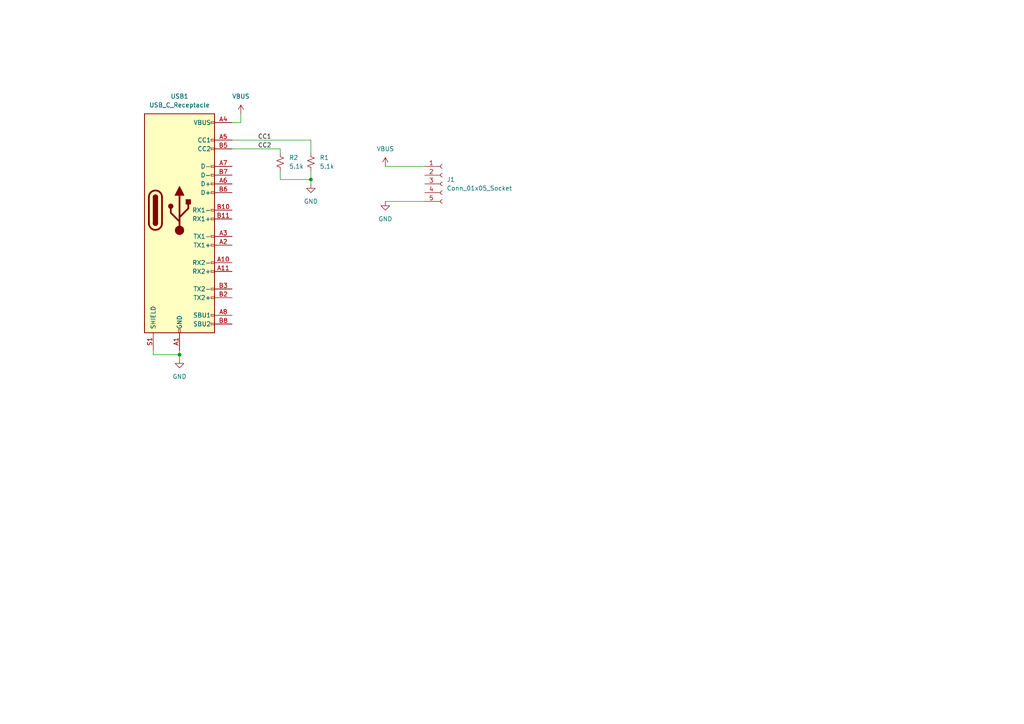
<source format=kicad_sch>
(kicad_sch (version 20231120) (generator "eeschema") (generator_version "8.0")
  (paper "A4")
  (lib_symbols
    (symbol "Connector:Conn_01x05_Socket" (pin_names (offset 1.016) hide)
      (property "Reference" "J" (at 0 7.62 0))
      (property "Value" "Conn_01x05_Socket" (at 0 -7.62 0))
      (symbol "Conn_01x05_Socket_1_1"
        (arc (start 0 -4.572) (mid -0.5058 -5.08) (end 0 -5.588) (stroke (width 0.1524)))
        (arc (start 0 -2.032) (mid -0.5058 -2.54) (end 0 -3.048) (stroke (width 0.1524)))
        (polyline (pts (xy -1.27 -5.08) (xy -0.508 -5.08)) (stroke (width 0.1524)))
        (polyline (pts (xy -1.27 -2.54) (xy -0.508 -2.54)) (stroke (width 0.1524)))
        (polyline (pts (xy -1.27 0) (xy -0.508 0)) (stroke (width 0.1524)))
        (polyline (pts (xy -1.27 2.54) (xy -0.508 2.54)) (stroke (width 0.1524)))
        (polyline (pts (xy -1.27 5.08) (xy -0.508 5.08)) (stroke (width 0.1524)))
        (arc (start 0 0.508) (mid -0.5058 0) (end 0 -0.508) (stroke (width 0.1524)))
        (arc (start 0 3.048) (mid -0.5058 2.54) (end 0 2.032) (stroke (width 0.1524)))
        (arc (start 0 5.588) (mid -0.5058 5.08) (end 0 4.572) (stroke (width 0.1524)))
        (pin passive line (at -5.08 5.08 0) (length 3.81) (name "Pin_1") (number "1"))
        (pin passive line (at -5.08 2.54 0) (length 3.81) (name "Pin_2") (number "2"))
        (pin passive line (at -5.08 0 0) (length 3.81) (name "Pin_3") (number "3"))
        (pin passive line (at -5.08 -2.54 0) (length 3.81) (name "Pin_4") (number "4"))
        (pin passive line (at -5.08 -5.08 0) (length 3.81) (name "Pin_5") (number "5"))
      )
    )
    (symbol "Connector:USB_C_Receptacle" (pin_names (offset 1.016))
      (property "Reference" "J" (at -10.16 29.21 0))
      (property "Value" "USB_C_Receptacle" (at 10.16 29.21 0))
      (symbol "USB_C_Receptacle_0_0"
        (rectangle (start -0.254 -35.56) (end 0.254 -34.544))
        (rectangle (start 10.16 -32.766) (end 9.144 -33.274))
        (rectangle (start 10.16 -30.226) (end 9.144 -30.734))
        (rectangle (start 10.16 -25.146) (end 9.144 -25.654))
        (rectangle (start 10.16 -22.606) (end 9.144 -23.114))
        (rectangle (start 10.16 -17.526) (end 9.144 -18.034))
        (rectangle (start 10.16 -14.986) (end 9.144 -15.494))
        (rectangle (start 10.16 -9.906) (end 9.144 -10.414))
        (rectangle (start 10.16 -7.366) (end 9.144 -7.874))
        (rectangle (start 10.16 -2.286) (end 9.144 -2.794))
        (rectangle (start 10.16 0.254) (end 9.144 -0.254))
        (rectangle (start 10.16 5.334) (end 9.144 4.826))
        (rectangle (start 10.16 7.874) (end 9.144 7.366))
        (rectangle (start 10.16 10.414) (end 9.144 9.906))
        (rectangle (start 10.16 12.954) (end 9.144 12.446))
        (rectangle (start 10.16 18.034) (end 9.144 17.526))
        (rectangle (start 10.16 20.574) (end 9.144 20.066))
        (rectangle (start 10.16 25.654) (end 9.144 25.146))
      )
      (symbol "USB_C_Receptacle_0_1"
        (rectangle (start -10.16 27.94) (end 10.16 -35.56) (stroke (width 0.254)) (fill (type background)))
        (arc (start -8.89 -3.81) (mid -6.985 -5.7067) (end -5.08 -3.81) (stroke (width 0.508)))
        (arc (start -7.62 -3.81) (mid -6.985 -4.4423) (end -6.35 -3.81) (stroke (width 0.254)))
        (arc (start -7.62 -3.81) (mid -6.985 -4.4423) (end -6.35 -3.81) (stroke (width 0.254)) (fill (type outline)))
        (rectangle (start -7.62 -3.81) (end -6.35 3.81) (stroke (width 0.254)) (fill (type outline)))
        (arc (start -6.35 3.81) (mid -6.985 4.4423) (end -7.62 3.81) (stroke (width 0.254)))
        (arc (start -6.35 3.81) (mid -6.985 4.4423) (end -7.62 3.81) (stroke (width 0.254)) (fill (type outline)))
        (arc (start -5.08 3.81) (mid -6.985 5.7067) (end -8.89 3.81) (stroke (width 0.508)))
        (polyline (pts (xy -8.89 -3.81) (xy -8.89 3.81)) (stroke (width 0.508)))
        (polyline (pts (xy -5.08 3.81) (xy -5.08 -3.81)) (stroke (width 0.508)))
      )
      (symbol "USB_C_Receptacle_1_1"
        (circle (center -2.54 1.143) (radius 0.635) (stroke (width 0.254)) (fill (type outline)))
        (circle (center 0 -5.842) (radius 1.27) (fill (type outline)))
        (polyline (pts (xy 0 -5.842) (xy 0 4.318)) (stroke (width 0.508)))
        (polyline (pts (xy 0 -3.302) (xy -2.54 -0.762) (xy -2.54 0.508)) (stroke (width 0.508)))
        (polyline (pts (xy 0 -2.032) (xy 2.54 0.508) (xy 2.54 1.778)) (stroke (width 0.508)))
        (polyline (pts (xy -1.27 4.318) (xy 0 6.858) (xy 1.27 4.318) (xy -1.27 4.318)) (stroke (width 0.254)) (fill (type outline)))
        (rectangle (start 1.905 1.778) (end 3.175 3.048) (stroke (width 0.254)) (fill (type outline)))
        (pin passive line (at 0 -40.64 90) (length 5.08) (name "GND") (number "A1"))
        (pin bidirectional line (at 15.24 -15.24 180) (length 5.08) (name "RX2-") (number "A10"))
        (pin bidirectional line (at 15.24 -17.78 180) (length 5.08) (name "RX2+") (number "A11"))
        (pin passive line (at 0 -40.64 90) (length 5.08) hide (name "GND") (number "A12"))
        (pin bidirectional line (at 15.24 -10.16 180) (length 5.08) (name "TX1+") (number "A2"))
        (pin bidirectional line (at 15.24 -7.62 180) (length 5.08) (name "TX1-") (number "A3"))
        (pin passive line (at 15.24 25.4 180) (length 5.08) (name "VBUS") (number "A4"))
        (pin bidirectional line (at 15.24 20.32 180) (length 5.08) (name "CC1") (number "A5"))
        (pin bidirectional line (at 15.24 7.62 180) (length 5.08) (name "D+") (number "A6"))
        (pin bidirectional line (at 15.24 12.7 180) (length 5.08) (name "D-") (number "A7"))
        (pin bidirectional line (at 15.24 -30.48 180) (length 5.08) (name "SBU1") (number "A8"))
        (pin passive line (at 15.24 25.4 180) (length 5.08) hide (name "VBUS") (number "A9"))
        (pin passive line (at 0 -40.64 90) (length 5.08) hide (name "GND") (number "B1"))
        (pin bidirectional line (at 15.24 0 180) (length 5.08) (name "RX1-") (number "B10"))
        (pin bidirectional line (at 15.24 -2.54 180) (length 5.08) (name "RX1+") (number "B11"))
        (pin passive line (at 0 -40.64 90) (length 5.08) hide (name "GND") (number "B12"))
        (pin bidirectional line (at 15.24 -25.4 180) (length 5.08) (name "TX2+") (number "B2"))
        (pin bidirectional line (at 15.24 -22.86 180) (length 5.08) (name "TX2-") (number "B3"))
        (pin passive line (at 15.24 25.4 180) (length 5.08) hide (name "VBUS") (number "B4"))
        (pin bidirectional line (at 15.24 17.78 180) (length 5.08) (name "CC2") (number "B5"))
        (pin bidirectional line (at 15.24 5.08 180) (length 5.08) (name "D+") (number "B6"))
        (pin bidirectional line (at 15.24 10.16 180) (length 5.08) (name "D-") (number "B7"))
        (pin bidirectional line (at 15.24 -33.02 180) (length 5.08) (name "SBU2") (number "B8"))
        (pin passive line (at 15.24 25.4 180) (length 5.08) hide (name "VBUS") (number "B9"))
        (pin passive line (at -7.62 -40.64 90) (length 5.08) (name "SHIELD") (number "S1"))
      )
    )
    (symbol "Device:R_Small_US" (pin_numbers hide) (pin_names (offset 0.254) hide)
      (property "Reference" "R" (at 0.762 0.508 0))
      (property "Value" "R_Small_US" (at 0.762 -1.016 0))
      (symbol "R_Small_US_1_1"
        (polyline (pts (xy 0 0) (xy 1.016 -0.381) (xy 0 -0.762) (xy -1.016 -1.143) (xy 0 -1.524)))
        (polyline (pts (xy 0 1.524) (xy 1.016 1.143) (xy 0 0.762) (xy -1.016 0.381) (xy 0 0)))
        (pin passive line (at 0 2.54 270) (length 1.016) (name "~") (number "1"))
        (pin passive line (at 0 -2.54 90) (length 1.016) (name "~") (number "2"))
      )
    )
    (symbol "power:GND" (power) (pin_names (offset 0))
      (property "Value" "GND" (at 0 -3.81 0))
      (symbol "GND_0_1"
        (polyline (pts (xy 0 0) (xy 0 -1.27) (xy 1.27 -1.27) (xy 0 -2.54) (xy -1.27 -1.27) (xy 0 -1.27)))
      )
      (symbol "GND_1_1"
        (pin power_in line (at 0 0 270) (length 0) hide (name "GND") (number "1"))
      )
    )
    (symbol "power:VBUS" (power) (pin_names (offset 0))
      (property "Value" "VBUS" (at 0 3.81 0))
      (symbol "VBUS_0_1"
        (polyline (pts (xy -0.762 1.27) (xy 0 2.54)))
        (polyline (pts (xy 0 0) (xy 0 2.54)))
        (polyline (pts (xy 0 2.54) (xy 0.762 1.27)))
      )
      (symbol "VBUS_1_1"
        (pin power_in line (at 0 0 90) (length 0) hide (name "VBUS") (number "1"))
      )
    )
    (symbol "power:VCC" (power) (pin_numbers hide) (pin_names (offset 0) hide)
      (property "Value" "VCC" (at 0 3.556 0))
      (symbol "VCC_0_1"
        (polyline (pts (xy -0.762 1.27) (xy 0 2.54)))
        (polyline (pts (xy 0 0) (xy 0 2.54)))
        (polyline (pts (xy 0 2.54) (xy 0.762 1.27)))
      )
      (symbol "VCC_1_1"
        (pin power_in line (at 0 0 90) (length 0) (name "~") (number "1"))
      )
    )
  )
  (junction (at 52.07 102.87))
  (junction (at 90.17 52.07))
  (wire (pts (xy 90.17 52.07) (xy 90.17 53.34)))
  (wire (pts (xy 44.45 102.87) (xy 52.07 102.87)))
  (wire (pts (xy 90.17 40.64) (xy 90.17 44.45)))
  (wire (pts (xy 44.45 101.6) (xy 44.45 102.87)))
  (wire (pts (xy 69.85 35.56) (xy 69.85 33.02)))
  (wire (pts (xy 67.31 35.56) (xy 69.85 35.56)))
  (wire (pts (xy 90.17 49.53) (xy 90.17 52.07)))
  (wire (pts (xy 81.28 43.18) (xy 81.28 44.45)))
  (wire (pts (xy 67.31 40.64) (xy 90.17 40.64)))
  (wire (pts (xy 111.76 48.26) (xy 123.19 48.26)))
  (wire (pts (xy 81.28 52.07) (xy 90.17 52.07)))
  (wire (pts (xy 67.31 43.18) (xy 81.28 43.18)))
  (wire (pts (xy 81.28 49.53) (xy 81.28 52.07)))
  (wire (pts (xy 111.76 58.42) (xy 123.19 58.42)))
  (wire (pts (xy 52.07 101.6) (xy 52.07 102.87)))
  (wire (pts (xy 52.07 102.87) (xy 52.07 104.14)))
  (label "CC2" (at 78.74 43.18 180))
  (label "CC1" (at 78.74 40.64 180))
  (symbol (lib_id "power:GND") (at 111.76 58.42 0) (unit 1)
    (property "Reference" "#PWR05" (effects (hide yes)))
    (property "Value" "GND" (at 111.76 63.5 0))
    (property "Description" "Power symbol creates a global label with name \"GND\" , ground" (effects (hide yes)))
  )
  (symbol (lib_id "Connector:Conn_01x05_Socket") (at 128.27 53.34 0) (unit 1)
    (property "Reference" "J1" (at 129.54 52.0699 0) (effects (justify left)))
    (property "Value" "Conn_01x05_Socket" (at 129.54 54.6099 0) (effects (justify left)))
    (property "Footprint" "ProjectLibrary:PinSocket_1x05_P2.54mm_Vertical" (effects (hide yes)))
    (property "Description" "Generic connector, single row, 01x05, script generated" (effects (hide yes)))
  )
  (symbol (lib_id "power:GND") (at 52.07 104.14 0) (unit 1)
    (property "Reference" "#PWR01" (effects (hide yes)))
    (property "Value" "GND" (at 52.07 109.22 0))
  )
  (symbol (lib_id "power:GND") (at 90.17 53.34 0) (unit 1)
    (property "Reference" "#PWR03" (effects (hide yes)))
    (property "Value" "GND" (at 90.17 58.42 0))
  )
  (symbol (lib_id "power:VBUS") (at 69.85 33.02 0) (unit 1)
    (property "Reference" "#PWR02" (effects (hide yes)))
    (property "Value" "VBUS" (at 69.85 27.94 0))
  )
  (symbol (lib_id "power:VCC") (at 111.76 48.26 0) (unit 1)
    (property "Reference" "#PWR04" (effects (hide yes)))
    (property "Value" "VBUS" (at 111.76 43.18 0))
    (property "Description" "Power symbol creates a global label with name \"VCC\"" (effects (hide yes)))
  )
  (symbol (lib_id "Device:R_Small_US") (at 90.17 46.99 0) (unit 1)
    (property "Reference" "R1" (at 92.71 45.7199 0) (effects (justify left)))
    (property "Value" "5.1k" (at 92.71 48.2599 0) (effects (justify left)))
    (property "Footprint" "Resistor_SMD:R_0603_1608Metric" (effects (hide yes)))
    (property "Description" "Resistor, small US symbol" (effects (hide yes)))
  )
  (symbol (lib_id "Connector:USB_C_Receptacle") (at 52.07 60.96 0) (unit 1)
    (property "Reference" "USB1" (at 52.07 27.94 0))
    (property "Value" "USB_C_Receptacle" (at 52.07 30.48 0))
    (property "Footprint" "Connector_USB:USB_C_Receptacle_Amphenol_12401610E4-2A" (effects (hide yes)))
    (property "Datasheet" "https://www.usb.org/sites/default/files/documents/usb_type-c.zip" (effects (hide yes)))
  )
  (symbol (lib_id "Device:R_Small_US") (at 81.28 46.99 0) (unit 1)
    (property "Reference" "R2" (at 83.82 45.7199 0) (effects (justify left)))
    (property "Value" "5.1k" (at 83.82 48.2599 0) (effects (justify left)))
    (property "Footprint" "Resistor_SMD:R_0603_1608Metric" (effects (hide yes)))
    (property "Description" "Resistor, small US symbol" (effects (hide yes)))
  )
)
</source>
